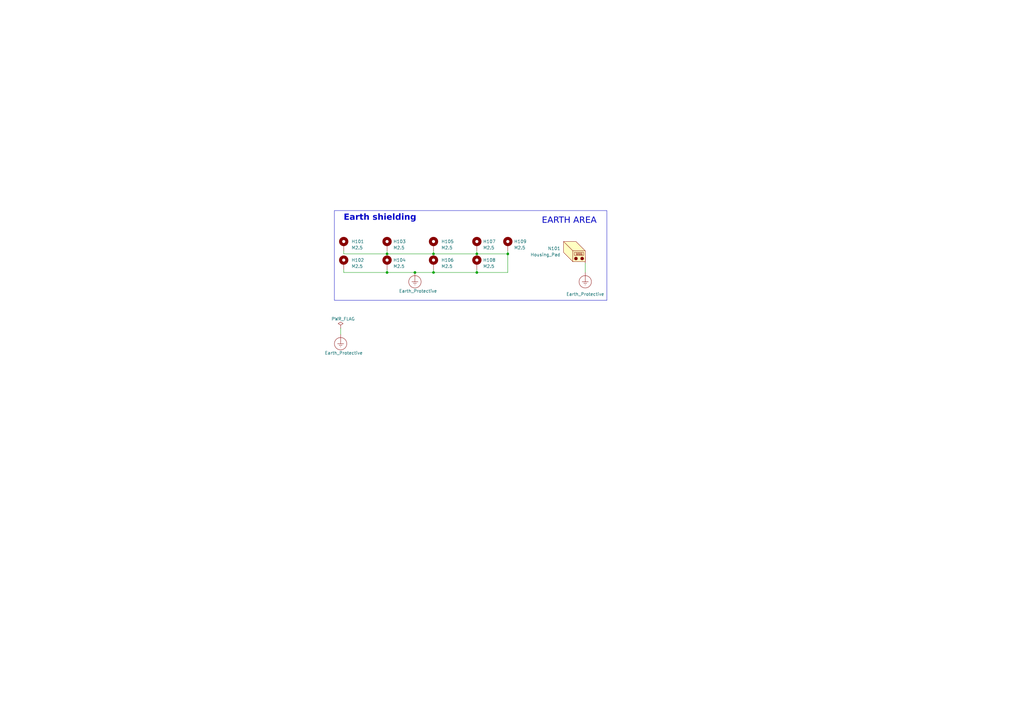
<source format=kicad_sch>
(kicad_sch (version 20230121) (generator eeschema)
  (paper "A3")
  (lib_symbols
    (symbol "Mechanical:Housing_Pad" (pin_numbers hide) (pin_names (offset 1.016) hide)
      (property "Reference" "N" (at 4.445 0 0))
      (property "Value" "Housing_Pad" (at 4.445 -1.905 0))
      (symbol "Housing_Pad_0_1"
        (rectangle (start -4.445 -0.635) (end -0.635 -1.905))
        (circle (center -3.81 -3.175) (radius 0.635) (fill (type outline)))
        (circle (center -1.27 -3.175) (radius 0.635) (fill (type outline)))
        (polyline (pts (xy -3.8862 -1.5748) (xy -3.8354 -1.3716)))
        (polyline (pts (xy -3.7846 -1.6764) (xy -3.429 -1.6764)))
        (polyline (pts (xy -3.7846 -1.2192) (xy -3.7338 -0.9652)))
        (polyline (pts (xy -3.683 -1.3208) (xy -3.3782 -1.3208)))
        (polyline (pts (xy -3.5814 -0.9144) (xy -3.2766 -0.9144)))
        (polyline (pts (xy -3.2766 -1.6256) (xy -3.2258 -1.3716)))
        (polyline (pts (xy -3.175 -1.2192) (xy -3.1242 -0.9652)))
        (polyline (pts (xy -2.9718 -1.5748) (xy -2.921 -1.3716)))
        (polyline (pts (xy -2.8702 -1.6764) (xy -2.5146 -1.6764)))
        (polyline (pts (xy -2.8702 -1.2192) (xy -2.8194 -0.9652)))
        (polyline (pts (xy -2.7686 -1.3208) (xy -2.4638 -1.3208)))
        (polyline (pts (xy -2.667 -0.9144) (xy -2.3622 -0.9144)))
        (polyline (pts (xy -2.3622 -1.6256) (xy -2.3114 -1.3716)))
        (polyline (pts (xy -2.2606 -1.2192) (xy -2.2098 -0.9652)))
        (polyline (pts (xy -2.0574 -1.5748) (xy -2.0066 -1.3716)))
        (polyline (pts (xy -1.9558 -1.6764) (xy -1.6002 -1.6764)))
        (polyline (pts (xy -1.9558 -1.2192) (xy -1.905 -0.9652)))
        (polyline (pts (xy -1.8542 -1.3208) (xy -1.5494 -1.3208)))
        (polyline (pts (xy -1.7526 -0.9144) (xy -1.4478 -0.9144)))
        (polyline (pts (xy -1.4478 -1.6256) (xy -1.397 -1.3716)))
        (polyline (pts (xy -1.3462 -1.2192) (xy -1.2954 -0.9652)))
        (polyline (pts (xy 0 0) (xy 0 -4.445)))
        (polyline (pts (xy -5.08 0) (xy 0 0) (xy 3.81 3.81)))
        (polyline (pts (xy -5.08 0) (xy -5.08 -4.445) (xy 0 -4.445) (xy 3.81 -0.635) (xy 3.81 3.81) (xy -1.27 3.81) (xy -5.08 0)) (fill (type background)))
      )
      (symbol "Housing_Pad_1_1"
        (pin input line (at -5.08 -5.08 90) (length 2.54) (name "PAD") (number "1"))
      )
    )
    (symbol "Mechanical:MountingHole_Pad" (pin_numbers hide) (pin_names (offset 1.016) hide)
      (property "Reference" "H" (at 0 6.35 0))
      (property "Value" "MountingHole_Pad" (at 0 4.445 0))
      (symbol "MountingHole_Pad_0_1"
        (circle (center 0 1.27) (radius 1.27) (stroke (width 1.27)))
      )
      (symbol "MountingHole_Pad_1_1"
        (pin input line (at 0 -2.54 90) (length 2.54) (name "1") (number "1"))
      )
    )
    (symbol "power:Earth_Protective" (power) (pin_names (offset 0))
      (symbol "Earth_Protective_0_1"
        (circle (center 0 -3.81) (radius 2.54))
        (polyline (pts (xy -0.635 -4.445) (xy 0.635 -4.445)))
        (polyline (pts (xy -0.127 -5.08) (xy 0.127 -5.08)))
        (polyline (pts (xy 0 -3.81) (xy 0 0)))
        (polyline (pts (xy 1.27 -3.81) (xy -1.27 -3.81)))
      )
      (symbol "Earth_Protective_1_1"
        (pin power_in line (at 0 0 270) (length 0) hide (name "Earth_Protective") (number "1"))
      )
    )
    (symbol "power:PWR_FLAG" (power) (pin_numbers hide) (pin_names (offset 0) hide)
      (property "Value" "PWR_FLAG" (at 0 3.81 0))
      (symbol "PWR_FLAG_0_0"
        (pin power_out line (at 0 0 90) (length 0) (name "pwr") (number "1"))
      )
      (symbol "PWR_FLAG_0_1"
        (polyline (pts (xy 0 0) (xy 0 1.27) (xy -1.016 1.905) (xy 0 2.54) (xy 1.016 1.905) (xy 0 1.27)))
      )
    )
  )
  (junction (at 208.28 104.14))
  (junction (at 158.75 111.76))
  (junction (at 177.8 104.14))
  (junction (at 195.58 104.14))
  (junction (at 195.58 111.76))
  (junction (at 177.8 111.76))
  (junction (at 170.18 111.76))
  (junction (at 158.75 104.14))
  (wire (pts (xy 158.75 102.87) (xy 158.75 104.14)))
  (wire (pts (xy 177.8 111.76) (xy 195.58 111.76)))
  (wire (pts (xy 240.03 111.76) (xy 240.03 107.95)))
  (wire (pts (xy 208.28 102.87) (xy 208.28 104.14)))
  (wire (pts (xy 158.75 104.14) (xy 177.8 104.14)))
  (wire (pts (xy 140.97 110.49) (xy 140.97 111.76)))
  (wire (pts (xy 140.97 104.14) (xy 158.75 104.14)))
  (wire (pts (xy 158.75 110.49) (xy 158.75 111.76)))
  (wire (pts (xy 139.7 134.62) (xy 139.7 137.16)))
  (wire (pts (xy 177.8 102.87) (xy 177.8 104.14)))
  (wire (pts (xy 140.97 102.87) (xy 140.97 104.14)))
  (wire (pts (xy 170.18 111.76) (xy 177.8 111.76)))
  (wire (pts (xy 195.58 104.14) (xy 208.28 104.14)))
  (wire (pts (xy 195.58 110.49) (xy 195.58 111.76)))
  (wire (pts (xy 208.28 104.14) (xy 208.28 111.76)))
  (wire (pts (xy 177.8 104.14) (xy 195.58 104.14)))
  (wire (pts (xy 140.97 111.76) (xy 158.75 111.76)))
  (wire (pts (xy 195.58 102.87) (xy 195.58 104.14)))
  (wire (pts (xy 195.58 111.76) (xy 208.28 111.76)))
  (wire (pts (xy 158.75 111.76) (xy 170.18 111.76)))
  (wire (pts (xy 177.8 110.49) (xy 177.8 111.76)))
  (rectangle (start 137.16 86.36) (end 248.92 123.19))
  (text "EARTH AREA\n" (at 222.25 92.71 0) (effects (font (size 2.54 2.54)) (justify left bottom)))
  (text "Earth shielding" (at 140.97 91.44 0) (effects (font (size 2.4892 2.4892) (thickness 0.4978) bold) (justify left bottom)))
  (symbol (lib_id "Mechanical:MountingHole_Pad") (at 140.97 100.33 0) (unit 1)
    (property "Reference" "H101" (at 144.145 99.0599 0) (effects (justify left)))
    (property "Value" "M2.5" (at 144.145 101.5999 0) (effects (justify left)))
    (property "Footprint" "MountingHole:MountingHole_2.7mm_M2.5_DIN965_Pad_TopOnly" (effects hide))
    (property "DNP" "x" (effects hide))
    (instances (project "inverter" (path "" (reference "H101") (unit 1)) (path "" (reference "H901") (unit 1))))
  )
  (symbol (lib_id "Mechanical:MountingHole_Pad") (at 195.58 100.33 0) (unit 1)
    (property "Reference" "H107" (at 198.12 99.0599 0) (effects (justify left)))
    (property "Value" "M2.5" (at 198.12 101.5999 0) (effects (justify left)))
    (property "Footprint" "MountingHole:MountingHole_2.7mm_M2.5_DIN965_Pad_TopOnly" (effects hide))
    (property "DNP" "x" (effects hide))
    (instances (project "inverter" (path "" (reference "H107") (unit 1)) (path "" (reference "H907") (unit 1))))
  )
  (symbol (lib_id "power:Earth_Protective") (at 139.7 137.16 0) (unit 1)
    (property "Reference" "#PWR0114" (effects hide))
    (property "Value" "Earth_Protective" (at 140.97 144.78 0))
    (instances (project "inverter" (path "" (reference "#PWR0114") (unit 1)) (path "" (reference "#PWR0130") (unit 1))))
  )
  (symbol (lib_id "Mechanical:MountingHole_Pad") (at 195.58 107.95 0) (unit 1)
    (property "Reference" "H108" (at 198.12 106.6799 0) (effects (justify left)))
    (property "Value" "M2.5" (at 198.12 109.2199 0) (effects (justify left)))
    (property "Footprint" "MountingHole:MountingHole_2.7mm_M2.5_DIN965_Pad_TopOnly" (effects hide))
    (property "DNP" "x" (effects hide))
    (instances (project "inverter" (path "" (reference "H108") (unit 1)) (path "" (reference "H908") (unit 1))))
  )
  (symbol (lib_id "Mechanical:MountingHole_Pad") (at 177.8 107.95 0) (unit 1)
    (property "Reference" "H106" (at 180.975 106.6799 0) (effects (justify left)))
    (property "Value" "M2.5" (at 180.975 109.2199 0) (effects (justify left)))
    (property "Footprint" "MountingHole:MountingHole_2.7mm_M2.5_DIN965_Pad_TopOnly" (effects hide))
    (property "DNP" "x" (effects hide))
    (instances (project "inverter" (path "" (reference "H106") (unit 1)) (path "" (reference "H906") (unit 1))))
  )
  (symbol (lib_id "power:PWR_FLAG") (at 139.7 134.62 0) (unit 1)
    (property "Reference" "#FLG0101" (effects hide))
    (property "Value" "PWR_FLAG" (at 135.89 130.81 0) (effects (justify left)))
    (instances (project "inverter" (path "" (reference "#FLG0101") (unit 1)) (path "" (reference "#FLG0104") (unit 1))))
  )
  (symbol (lib_id "Mechanical:MountingHole_Pad") (at 158.75 107.95 0) (unit 1)
    (property "Reference" "H104" (at 161.29 106.6799 0) (effects (justify left)))
    (property "Value" "M2.5" (at 161.29 109.2199 0) (effects (justify left)))
    (property "Footprint" "MountingHole:MountingHole_2.7mm_M2.5_DIN965_Pad_TopOnly" (effects hide))
    (property "DNP" "x" (effects hide))
    (instances (project "inverter" (path "" (reference "H104") (unit 1)) (path "" (reference "H904") (unit 1))))
  )
  (symbol (lib_id "Mechanical:MountingHole_Pad") (at 177.8 100.33 0) (unit 1)
    (property "Reference" "H105" (at 180.975 99.0599 0) (effects (justify left)))
    (property "Value" "M2.5" (at 180.975 101.5999 0) (effects (justify left)))
    (property "Footprint" "MountingHole:MountingHole_2.7mm_M2.5_DIN965_Pad_TopOnly" (effects hide))
    (property "DNP" "x" (effects hide))
    (instances (project "inverter" (path "" (reference "H105") (unit 1)) (path "" (reference "H905") (unit 1))))
  )
  (symbol (lib_id "power:Earth_Protective") (at 170.18 111.76 0) (unit 1)
    (property "Reference" "#PWR0114" (effects hide))
    (property "Value" "Earth_Protective" (at 171.45 119.38 0))
    (instances (project "inverter" (path "" (reference "#PWR0114") (unit 1)) (path "" (reference "#PWR0901") (unit 1))))
  )
  (symbol (lib_id "power:Earth_Protective") (at 240.03 111.76 0) (mirror y) (unit 1)
    (property "Reference" "#PWR0119" (effects hide))
    (property "Value" "Earth_Protective" (at 240.03 120.65 0))
    (instances (project "inverter" (path "" (reference "#PWR0119") (unit 1)) (path "" (reference "#PWR0902") (unit 1))))
  )
  (symbol (lib_id "Mechanical:MountingHole_Pad") (at 208.28 100.33 0) (unit 1)
    (property "Reference" "H109" (at 210.82 99.0599 0) (effects (justify left)))
    (property "Value" "M2.5" (at 210.82 101.5999 0) (effects (justify left)))
    (property "Footprint" "MountingHole:MountingHole_2.7mm_M2.5_DIN965_Pad_TopOnly" (effects hide))
    (property "DNP" "x" (effects hide))
    (instances (project "inverter" (path "" (reference "H109") (unit 1)) (path "" (reference "H909") (unit 1))))
  )
  (symbol (lib_id "Mechanical:Housing_Pad") (at 234.95 102.87 0) (mirror y) (unit 1)
    (property "Reference" "N101" (at 229.87 101.9174 0) (effects (justify left)))
    (property "Value" "Housing_Pad" (at 229.87 104.4574 0) (effects (justify left)))
    (property "Footprint" "Footprints:Guard_ring" (effects hide))
    (property "DNP" "x" (effects hide))
    (instances (project "inverter" (path "" (reference "N101") (unit 1)) (path "" (reference "N901") (unit 1))))
  )
  (symbol (lib_id "Mechanical:MountingHole_Pad") (at 140.97 107.95 0) (unit 1)
    (property "Reference" "H102" (at 144.145 106.6799 0) (effects (justify left)))
    (property "Value" "M2.5" (at 144.145 109.2199 0) (effects (justify left)))
    (property "Footprint" "MountingHole:MountingHole_2.7mm_M2.5_DIN965_Pad_TopOnly" (effects hide))
    (property "DNP" "x" (effects hide))
    (instances (project "inverter" (path "" (reference "H102") (unit 1)) (path "" (reference "H902") (unit 1))))
  )
  (symbol (lib_id "Mechanical:MountingHole_Pad") (at 158.75 100.33 0) (unit 1)
    (property "Reference" "H103" (at 161.29 99.0599 0) (effects (justify left)))
    (property "Value" "M2.5" (at 161.29 101.5999 0) (effects (justify left)))
    (property "Footprint" "MountingHole:MountingHole_2.7mm_M2.5_DIN965_Pad_TopOnly" (effects hide))
    (property "DNP" "x" (effects hide))
    (instances (project "inverter" (path "" (reference "H103") (unit 1)) (path "" (reference "H903") (unit 1))))
  )
)
</source>
